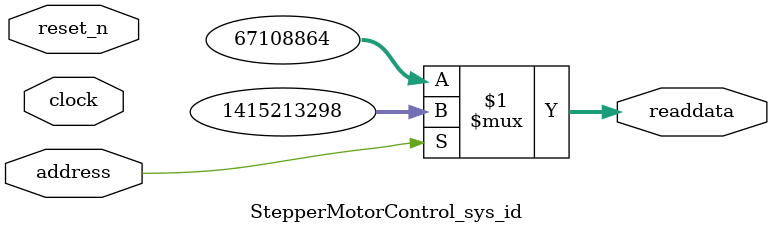
<source format=v>

`timescale 1ns / 1ps
// synthesis translate_on

// turn off superfluous verilog processor warnings 
// altera message_level Level1 
// altera message_off 10034 10035 10036 10037 10230 10240 10030 

module StepperMotorControl_sys_id (
               // inputs:
                address,
                clock,
                reset_n,

               // outputs:
                readdata
             )
;

  output  [ 31: 0] readdata;
  input            address;
  input            clock;
  input            reset_n;

  wire    [ 31: 0] readdata;
  //control_slave, which is an e_avalon_slave
  assign readdata = address ? 1415213298 : 67108864;

endmodule




</source>
